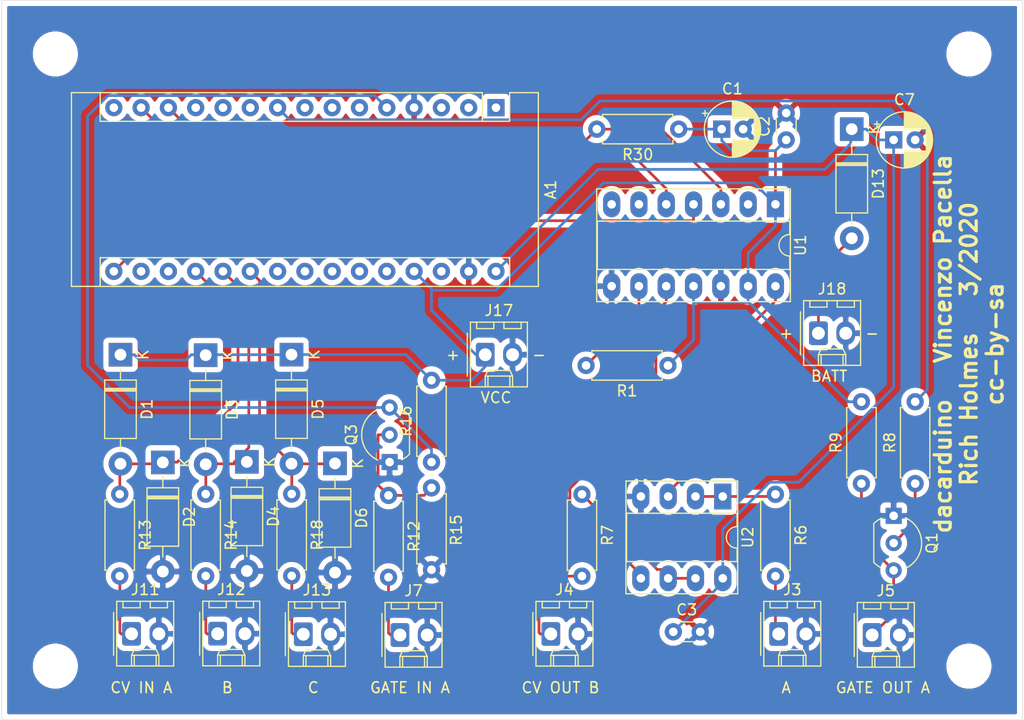
<source format=kicad_pcb>
(kicad_pcb (version 20171130) (host pcbnew 5.1.5-52549c5~84~ubuntu18.04.1)
  (layers (0 F.Cu signal) (31 B.Cu signal) (34 B.Paste user) (35 F.Paste user) (36 B.SilkS user) (37 F.SilkS user) (38 B.Mask user) (39 F.Mask user) (44 Edge.Cuts user))
  (net 0 "")
  (net 1 GND)
  (net 2 VCC)
  (net 3 +12V)
  (net 4 "Net-(Q1-Pad2)")
  (net 5 "Net-(Q3-Pad2)")
  (net 6 "Net-(U1-Pad7)")
  (net 7 "Net-(U1-Pad6)")
  (net 8 "Net-(U1-Pad2)")
  (net 9 "Net-(A1-Pad15)")
  (net 10 "Net-(A1-Pad28)")
  (net 11 "Net-(A1-Pad12)")
  (net 12 "Net-(A1-Pad11)")
  (net 13 "Net-(A1-Pad26)")
  (net 14 "Net-(A1-Pad25)")
  (net 15 "Net-(A1-Pad3)")
  (net 16 "Net-(A1-Pad18)")
  (net 17 "Net-(A1-Pad2)")
  (net 18 "Net-(A1-Pad17)")
  (net 19 "Net-(A1-Pad1)")
  (net 20 /Arduino/SCK)
  (net 21 /Arduino/MOSI)
  (net 22 /Arduino/DAC_CS)
  (net 23 /Arduino/D_OUT_B)
  (net 24 /Arduino/D_OUT_A)
  (net 25 /Arduino/A_IN_F)
  (net 26 /Arduino/D_IN_D)
  (net 27 /Arduino/A_IN_E)
  (net 28 /Arduino/D_IN_C)
  (net 29 /Arduino/A_IN_D)
  (net 30 /Arduino/D_IN_B)
  (net 31 /Arduino/A_IN_C)
  (net 32 /Arduino/A_IN_B)
  (net 33 /Arduino/A_IN_A)
  (net 34 "Net-(D13-Pad2)")
  (net 35 "Net-(R1-Pad2)")
  (net 36 "/CV out/DAC_A")
  (net 37 "/CV out/DAC_B")
  (net 38 "/Inputs/Gate in A/GATE_IN")
  (net 39 /Arduino/D_IN_A)
  (net 40 "/CV out/CV_OUT_A")
  (net 41 "/CV out/CV_OUT_B")
  (net 42 "/Gate out/GATE_OUT")
  (net 43 "Net-(R6-Pad1)")
  (net 44 "Net-(R7-Pad1)")
  (net 45 "/Inputs/CV in A/CV_IN")
  (net 46 "/Inputs/CV in B/CV_IN")
  (net 47 "/Inputs/CV in C/CV_IN")
  (module Connector_Molex:Molex_KK-254_AE-6410-02A_1x02_P2.54mm_Vertical (layer F.Cu) (at 201 119)
    (fp_text reference J18 (at 1.27 -4.12) (layer F.SilkS))
    (fp_text value Vin)
    (pad 2 thru_hole oval (at 2.54 0) (size 1.74 2.2) (drill 1.2) (layers *.Cu *.Mask) (net 1 GND))
    (pad 1 thru_hole roundrect (at 0 0) (size 1.74 2.2) (drill 1.2) (layers *.Cu *.Mask) (roundrect_rratio 0.143678) (net 34 "Net-(D13-Pad2)"))
  )
  (module MountingHole:MountingHole_3.2mm_M3 (layer F.Cu) (at 215 150)
    (fp_text reference H4 hide)
    (fp_text value MountingHole)
    (pad 1 np_thru_hole circle (at 0 0) (size 3.2 3.2) (drill 3.2) (layers *.Cu *.Mask))
  )
  (module MountingHole:MountingHole_3.2mm_M3 (layer F.Cu) (at 215 93)
    (fp_text reference H3 hide)
    (fp_text value MountingHole)
    (pad 1 np_thru_hole circle (at 0 0) (size 3.2 3.2) (drill 3.2) (layers *.Cu *.Mask))
  )
  (module MountingHole:MountingHole_3.2mm_M3 (layer F.Cu) (at 130 150)
    (fp_text reference H2 hide)
    (fp_text value MountingHole)
    (pad 1 np_thru_hole circle (at 0 0) (size 3.2 3.2) (drill 3.2) (layers *.Cu *.Mask))
  )
  (module MountingHole:MountingHole_3.2mm_M3 (layer F.Cu) (at 130 93)
    (fp_text reference H1 hide)
    (fp_text value MountingHole)
    (pad 1 np_thru_hole circle (at 0 0) (size 3.2 3.2) (drill 3.2) (layers *.Cu *.Mask))
  )
  (module Resistor_THT:R_Axial_DIN0207_L6.3mm_D2.5mm_P7.62mm_Horizontal (layer F.Cu) (at 151.99 133.97 270)
    (fp_text reference R18 (at 3.81 -2.37 90) (layer F.SilkS))
    (fp_text value 1k)
    (pad 2 thru_hole oval (at 7.62 0 270) (size 1.6 1.6) (drill 0.8) (layers *.Cu *.Mask) (net 47 "/Inputs/CV in C/CV_IN"))
    (pad 1 thru_hole circle (at 0 0 270) (size 1.6 1.6) (drill 0.8) (layers *.Cu *.Mask) (net 31 /Arduino/A_IN_C))
  )
  (module Resistor_THT:R_Axial_DIN0207_L6.3mm_D2.5mm_P7.62mm_Horizontal (layer F.Cu) (at 143.99 133.98 270)
    (fp_text reference R14 (at 3.81 -2.37 90) (layer F.SilkS))
    (fp_text value 1k)
    (pad 2 thru_hole oval (at 7.62 0 270) (size 1.6 1.6) (drill 0.8) (layers *.Cu *.Mask) (net 46 "/Inputs/CV in B/CV_IN"))
    (pad 1 thru_hole circle (at 0 0 270) (size 1.6 1.6) (drill 0.8) (layers *.Cu *.Mask) (net 32 /Arduino/A_IN_B))
  )
  (module Resistor_THT:R_Axial_DIN0207_L6.3mm_D2.5mm_P7.62mm_Horizontal (layer F.Cu) (at 135.99 133.99 270)
    (fp_text reference R13 (at 3.81 -2.37 90) (layer F.SilkS))
    (fp_text value 1k)
    (pad 2 thru_hole oval (at 7.62 0 270) (size 1.6 1.6) (drill 0.8) (layers *.Cu *.Mask) (net 45 "/Inputs/CV in A/CV_IN"))
    (pad 1 thru_hole circle (at 0 0 270) (size 1.6 1.6) (drill 0.8) (layers *.Cu *.Mask) (net 33 /Arduino/A_IN_A))
  )
  (module Connector_Molex:Molex_KK-254_AE-6410-02A_1x02_P2.54mm_Vertical (layer F.Cu) (at 153.07 147.03)
    (fp_text reference J13 (at 1.27 -4.12) (layer F.SilkS))
    (fp_text value "CV IN")
    (pad 2 thru_hole oval (at 2.54 0) (size 1.74 2.2) (drill 1.2) (layers *.Cu *.Mask) (net 1 GND))
    (pad 1 thru_hole roundrect (at 0 0) (size 1.74 2.2) (drill 1.2) (layers *.Cu *.Mask) (roundrect_rratio 0.143678) (net 47 "/Inputs/CV in C/CV_IN"))
  )
  (module Connector_Molex:Molex_KK-254_AE-6410-02A_1x02_P2.54mm_Vertical (layer F.Cu) (at 145.1 146.98)
    (fp_text reference J12 (at 1.27 -4.12) (layer F.SilkS))
    (fp_text value "CV IN")
    (pad 2 thru_hole oval (at 2.54 0) (size 1.74 2.2) (drill 1.2) (layers *.Cu *.Mask) (net 1 GND))
    (pad 1 thru_hole roundrect (at 0 0) (size 1.74 2.2) (drill 1.2) (layers *.Cu *.Mask) (roundrect_rratio 0.143678) (net 46 "/Inputs/CV in B/CV_IN"))
  )
  (module Connector_Molex:Molex_KK-254_AE-6410-02A_1x02_P2.54mm_Vertical (layer F.Cu) (at 137.09 146.99)
    (fp_text reference J11 (at 1.27 -4.12) (layer F.SilkS))
    (fp_text value "CV IN")
    (pad 2 thru_hole oval (at 2.54 0) (size 1.74 2.2) (drill 1.2) (layers *.Cu *.Mask) (net 1 GND))
    (pad 1 thru_hole roundrect (at 0 0) (size 1.74 2.2) (drill 1.2) (layers *.Cu *.Mask) (roundrect_rratio 0.143678) (net 45 "/Inputs/CV in A/CV_IN"))
  )
  (module Diode_THT:D_DO-41_SOD81_P10.16mm_Horizontal (layer F.Cu) (at 156.02 131.12 270)
    (fp_text reference D6 (at 5.08 -2.47 90) (layer F.SilkS))
    (fp_text value 1N5817)
    (fp_text user K (at 0 -2.1 90) (layer F.SilkS))
    (pad 2 thru_hole oval (at 10.16 0 270) (size 2.2 2.2) (drill 1.1) (layers *.Cu *.Mask) (net 1 GND))
    (pad 1 thru_hole rect (at 0 0 270) (size 2.2 2.2) (drill 1.1) (layers *.Cu *.Mask) (net 31 /Arduino/A_IN_C))
  )
  (module Diode_THT:D_DO-41_SOD81_P10.16mm_Horizontal (layer F.Cu) (at 151.97 120.99 270)
    (fp_text reference D5 (at 5.08 -2.47 90) (layer F.SilkS))
    (fp_text value 1N5817)
    (fp_text user K (at 0 -2.1 90) (layer F.SilkS))
    (pad 2 thru_hole oval (at 10.16 0 270) (size 2.2 2.2) (drill 1.1) (layers *.Cu *.Mask) (net 31 /Arduino/A_IN_C))
    (pad 1 thru_hole rect (at 0 0 270) (size 2.2 2.2) (drill 1.1) (layers *.Cu *.Mask) (net 2 VCC))
  )
  (module Diode_THT:D_DO-41_SOD81_P10.16mm_Horizontal (layer F.Cu) (at 147.82 130.98 270)
    (fp_text reference D4 (at 5.08 -2.47 90) (layer F.SilkS))
    (fp_text value 1N5817)
    (fp_text user K (at 0 -2.1 90) (layer F.SilkS))
    (pad 2 thru_hole oval (at 10.16 0 270) (size 2.2 2.2) (drill 1.1) (layers *.Cu *.Mask) (net 1 GND))
    (pad 1 thru_hole rect (at 0 0 270) (size 2.2 2.2) (drill 1.1) (layers *.Cu *.Mask) (net 32 /Arduino/A_IN_B))
  )
  (module Diode_THT:D_DO-41_SOD81_P10.16mm_Horizontal (layer F.Cu) (at 143.99 121.04 270)
    (fp_text reference D3 (at 5.08 -2.47 90) (layer F.SilkS))
    (fp_text value 1N5817)
    (fp_text user K (at 0 -2.1 90) (layer F.SilkS))
    (pad 2 thru_hole oval (at 10.16 0 270) (size 2.2 2.2) (drill 1.1) (layers *.Cu *.Mask) (net 32 /Arduino/A_IN_B))
    (pad 1 thru_hole rect (at 0 0 270) (size 2.2 2.2) (drill 1.1) (layers *.Cu *.Mask) (net 2 VCC))
  )
  (module Diode_THT:D_DO-41_SOD81_P10.16mm_Horizontal (layer F.Cu) (at 140 131.03 270)
    (fp_text reference D2 (at 5.08 -2.47 90) (layer F.SilkS))
    (fp_text value 1N5817)
    (fp_text user K (at 0 -2.1 90) (layer F.SilkS))
    (pad 2 thru_hole oval (at 10.16 0 270) (size 2.2 2.2) (drill 1.1) (layers *.Cu *.Mask) (net 1 GND))
    (pad 1 thru_hole rect (at 0 0 270) (size 2.2 2.2) (drill 1.1) (layers *.Cu *.Mask) (net 33 /Arduino/A_IN_A))
  )
  (module Diode_THT:D_DO-41_SOD81_P10.16mm_Horizontal (layer F.Cu) (at 136.06 121 270)
    (fp_text reference D1 (at 5.08 -2.47 90) (layer F.SilkS))
    (fp_text value 1N5817)
    (fp_text user K (at 0 -2.1 90) (layer F.SilkS))
    (pad 2 thru_hole oval (at 10.16 0 270) (size 2.2 2.2) (drill 1.1) (layers *.Cu *.Mask) (net 33 /Arduino/A_IN_A))
    (pad 1 thru_hole rect (at 0 0 270) (size 2.2 2.2) (drill 1.1) (layers *.Cu *.Mask) (net 2 VCC))
  )
  (module Resistor_THT:R_Axial_DIN0207_L6.3mm_D2.5mm_P7.62mm_Horizontal (layer F.Cu) (at 165 131 90)
    (fp_text reference R16 (at 3.81 -2.37 90) (layer F.SilkS))
    (fp_text value 10k)
    (pad 2 thru_hole oval (at 7.62 0 90) (size 1.6 1.6) (drill 0.8) (layers *.Cu *.Mask) (net 2 VCC))
    (pad 1 thru_hole circle (at 0 0 90) (size 1.6 1.6) (drill 0.8) (layers *.Cu *.Mask) (net 39 /Arduino/D_IN_A))
  )
  (module Resistor_THT:R_Axial_DIN0207_L6.3mm_D2.5mm_P7.62mm_Horizontal (layer F.Cu) (at 165 141.02 90)
    (fp_text reference R15 (at 3.69 2.31 90) (layer F.SilkS))
    (fp_text value 1M)
    (pad 2 thru_hole oval (at 7.62 0 90) (size 1.6 1.6) (drill 0.8) (layers *.Cu *.Mask) (net 5 "Net-(Q3-Pad2)"))
    (pad 1 thru_hole circle (at 0 0 90) (size 1.6 1.6) (drill 0.8) (layers *.Cu *.Mask) (net 1 GND))
  )
  (module Resistor_THT:R_Axial_DIN0207_L6.3mm_D2.5mm_P7.62mm_Horizontal (layer F.Cu) (at 161 134.1 270)
    (fp_text reference R12 (at 3.81 -2.37 90) (layer F.SilkS))
    (fp_text value 100k)
    (pad 2 thru_hole oval (at 7.62 0 270) (size 1.6 1.6) (drill 0.8) (layers *.Cu *.Mask) (net 38 "/Inputs/Gate in A/GATE_IN"))
    (pad 1 thru_hole circle (at 0 0 270) (size 1.6 1.6) (drill 0.8) (layers *.Cu *.Mask) (net 5 "Net-(Q3-Pad2)"))
  )
  (module Package_TO_SOT_THT:TO-92_Inline_Wide (layer F.Cu) (at 161.1 131 90)
    (fp_text reference Q3 (at 2.54 -3.56 90) (layer F.SilkS))
    (fp_text value 2N3904)
    (pad 1 thru_hole rect (at 0 0 180) (size 1.5 1.5) (drill 0.8) (layers *.Cu *.Mask) (net 1 GND))
    (pad 3 thru_hole circle (at 5.08 0 180) (size 1.5 1.5) (drill 0.8) (layers *.Cu *.Mask) (net 39 /Arduino/D_IN_A))
    (pad 2 thru_hole circle (at 2.54 0 180) (size 1.5 1.5) (drill 0.8) (layers *.Cu *.Mask) (net 5 "Net-(Q3-Pad2)"))
  )
  (module Connector_Molex:Molex_KK-254_AE-6410-02A_1x02_P2.54mm_Vertical (layer F.Cu) (at 162.06 147.1)
    (fp_text reference J7 (at 1.27 -4.12) (layer F.SilkS))
    (fp_text value "GATE IN")
    (pad 2 thru_hole oval (at 2.54 0) (size 1.74 2.2) (drill 1.2) (layers *.Cu *.Mask) (net 1 GND))
    (pad 1 thru_hole roundrect (at 0 0) (size 1.74 2.2) (drill 1.2) (layers *.Cu *.Mask) (roundrect_rratio 0.143678) (net 38 "/Inputs/Gate in A/GATE_IN"))
  )
  (module Module:Arduino_Nano (layer F.Cu) (at 171 98 270)
    (fp_text reference A1 (at 7.62 -5.08 90) (layer F.SilkS))
    (fp_text value "Arduino_Nano_v3.x 5V")
    (pad 16 thru_hole oval (at 15.24 35.56 270) (size 1.6 1.6) (drill 0.8) (layers *.Cu *.Mask) (net 20 /Arduino/SCK))
    (pad 15 thru_hole oval (at 0 35.56 270) (size 1.6 1.6) (drill 0.8) (layers *.Cu *.Mask) (net 9 "Net-(A1-Pad15)"))
    (pad 30 thru_hole oval (at 15.24 0 270) (size 1.6 1.6) (drill 0.8) (layers *.Cu *.Mask) (net 3 +12V))
    (pad 14 thru_hole oval (at 0 33.02 270) (size 1.6 1.6) (drill 0.8) (layers *.Cu *.Mask) (net 21 /Arduino/MOSI))
    (pad 29 thru_hole oval (at 15.24 2.54 270) (size 1.6 1.6) (drill 0.8) (layers *.Cu *.Mask) (net 1 GND))
    (pad 13 thru_hole oval (at 0 30.48 270) (size 1.6 1.6) (drill 0.8) (layers *.Cu *.Mask) (net 22 /Arduino/DAC_CS))
    (pad 28 thru_hole oval (at 15.24 5.08 270) (size 1.6 1.6) (drill 0.8) (layers *.Cu *.Mask) (net 10 "Net-(A1-Pad28)"))
    (pad 12 thru_hole oval (at 0 27.94 270) (size 1.6 1.6) (drill 0.8) (layers *.Cu *.Mask) (net 11 "Net-(A1-Pad12)"))
    (pad 27 thru_hole oval (at 15.24 7.62 270) (size 1.6 1.6) (drill 0.8) (layers *.Cu *.Mask) (net 2 VCC))
    (pad 11 thru_hole oval (at 0 25.4 270) (size 1.6 1.6) (drill 0.8) (layers *.Cu *.Mask) (net 12 "Net-(A1-Pad11)"))
    (pad 26 thru_hole oval (at 15.24 10.16 270) (size 1.6 1.6) (drill 0.8) (layers *.Cu *.Mask) (net 13 "Net-(A1-Pad26)"))
    (pad 10 thru_hole oval (at 0 22.86 270) (size 1.6 1.6) (drill 0.8) (layers *.Cu *.Mask) (net 23 /Arduino/D_OUT_B))
    (pad 25 thru_hole oval (at 15.24 12.7 270) (size 1.6 1.6) (drill 0.8) (layers *.Cu *.Mask) (net 14 "Net-(A1-Pad25)"))
    (pad 9 thru_hole oval (at 0 20.32 270) (size 1.6 1.6) (drill 0.8) (layers *.Cu *.Mask) (net 24 /Arduino/D_OUT_A))
    (pad 24 thru_hole oval (at 15.24 15.24 270) (size 1.6 1.6) (drill 0.8) (layers *.Cu *.Mask) (net 25 /Arduino/A_IN_F))
    (pad 8 thru_hole oval (at 0 17.78 270) (size 1.6 1.6) (drill 0.8) (layers *.Cu *.Mask) (net 26 /Arduino/D_IN_D))
    (pad 23 thru_hole oval (at 15.24 17.78 270) (size 1.6 1.6) (drill 0.8) (layers *.Cu *.Mask) (net 27 /Arduino/A_IN_E))
    (pad 7 thru_hole oval (at 0 15.24 270) (size 1.6 1.6) (drill 0.8) (layers *.Cu *.Mask) (net 28 /Arduino/D_IN_C))
    (pad 22 thru_hole oval (at 15.24 20.32 270) (size 1.6 1.6) (drill 0.8) (layers *.Cu *.Mask) (net 29 /Arduino/A_IN_D))
    (pad 6 thru_hole oval (at 0 12.7 270) (size 1.6 1.6) (drill 0.8) (layers *.Cu *.Mask) (net 30 /Arduino/D_IN_B))
    (pad 21 thru_hole oval (at 15.24 22.86 270) (size 1.6 1.6) (drill 0.8) (layers *.Cu *.Mask) (net 31 /Arduino/A_IN_C))
    (pad 5 thru_hole oval (at 0 10.16 270) (size 1.6 1.6) (drill 0.8) (layers *.Cu *.Mask) (net 39 /Arduino/D_IN_A))
    (pad 20 thru_hole oval (at 15.24 25.4 270) (size 1.6 1.6) (drill 0.8) (layers *.Cu *.Mask) (net 32 /Arduino/A_IN_B))
    (pad 4 thru_hole oval (at 0 7.62 270) (size 1.6 1.6) (drill 0.8) (layers *.Cu *.Mask) (net 1 GND))
    (pad 19 thru_hole oval (at 15.24 27.94 270) (size 1.6 1.6) (drill 0.8) (layers *.Cu *.Mask) (net 33 /Arduino/A_IN_A))
    (pad 3 thru_hole oval (at 0 5.08 270) (size 1.6 1.6) (drill 0.8) (layers *.Cu *.Mask) (net 15 "Net-(A1-Pad3)"))
    (pad 18 thru_hole oval (at 15.24 30.48 270) (size 1.6 1.6) (drill 0.8) (layers *.Cu *.Mask) (net 16 "Net-(A1-Pad18)"))
    (pad 2 thru_hole oval (at 0 2.54 270) (size 1.6 1.6) (drill 0.8) (layers *.Cu *.Mask) (net 17 "Net-(A1-Pad2)"))
    (pad 17 thru_hole oval (at 15.24 33.02 270) (size 1.6 1.6) (drill 0.8) (layers *.Cu *.Mask) (net 18 "Net-(A1-Pad17)"))
    (pad 1 thru_hole rect (at 0 0 270) (size 1.6 1.6) (drill 0.8) (layers *.Cu *.Mask) (net 19 "Net-(A1-Pad1)"))
  )
  (module Package_DIP:DIP-8_W7.62mm_Socket_LongPads (layer F.Cu) (at 192.1 134.2 270)
    (fp_text reference U2 (at 3.81 -2.33 90) (layer F.SilkS))
    (fp_text value TL972)
    (pad 8 thru_hole oval (at 7.62 0 270) (size 2.4 1.6) (drill 0.8) (layers *.Cu *.Mask) (net 3 +12V))
    (pad 4 thru_hole oval (at 0 7.62 270) (size 2.4 1.6) (drill 0.8) (layers *.Cu *.Mask) (net 1 GND))
    (pad 7 thru_hole oval (at 7.62 2.54 270) (size 2.4 1.6) (drill 0.8) (layers *.Cu *.Mask) (net 44 "Net-(R7-Pad1)"))
    (pad 3 thru_hole oval (at 0 5.08 270) (size 2.4 1.6) (drill 0.8) (layers *.Cu *.Mask) (net 36 "/CV out/DAC_A"))
    (pad 6 thru_hole oval (at 7.62 5.08 270) (size 2.4 1.6) (drill 0.8) (layers *.Cu *.Mask) (net 44 "Net-(R7-Pad1)"))
    (pad 2 thru_hole oval (at 0 2.54 270) (size 2.4 1.6) (drill 0.8) (layers *.Cu *.Mask) (net 43 "Net-(R6-Pad1)"))
    (pad 5 thru_hole oval (at 7.62 7.62 270) (size 2.4 1.6) (drill 0.8) (layers *.Cu *.Mask) (net 37 "/CV out/DAC_B"))
    (pad 1 thru_hole rect (at 0 0 270) (size 2.4 1.6) (drill 0.8) (layers *.Cu *.Mask) (net 43 "Net-(R6-Pad1)"))
  )
  (module Package_DIP:DIP-14_W7.62mm_Socket_LongPads (layer F.Cu) (at 197 107 270)
    (fp_text reference U1 (at 3.81 -2.33 90) (layer F.SilkS))
    (fp_text value MCP4922)
    (pad 14 thru_hole oval (at 7.62 0 270) (size 2.4 1.6) (drill 0.8) (layers *.Cu *.Mask) (net 36 "/CV out/DAC_A"))
    (pad 7 thru_hole oval (at 0 15.24 270) (size 2.4 1.6) (drill 0.8) (layers *.Cu *.Mask) (net 6 "Net-(U1-Pad7)"))
    (pad 13 thru_hole oval (at 7.62 2.54 270) (size 2.4 1.6) (drill 0.8) (layers *.Cu *.Mask) (net 2 VCC))
    (pad 6 thru_hole oval (at 0 12.7 270) (size 2.4 1.6) (drill 0.8) (layers *.Cu *.Mask) (net 7 "Net-(U1-Pad6)"))
    (pad 12 thru_hole oval (at 7.62 5.08 270) (size 2.4 1.6) (drill 0.8) (layers *.Cu *.Mask) (net 1 GND))
    (pad 5 thru_hole oval (at 0 10.16 270) (size 2.4 1.6) (drill 0.8) (layers *.Cu *.Mask) (net 21 /Arduino/MOSI))
    (pad 11 thru_hole oval (at 7.62 7.62 270) (size 2.4 1.6) (drill 0.8) (layers *.Cu *.Mask) (net 2 VCC))
    (pad 4 thru_hole oval (at 0 7.62 270) (size 2.4 1.6) (drill 0.8) (layers *.Cu *.Mask) (net 20 /Arduino/SCK))
    (pad 10 thru_hole oval (at 7.62 10.16 270) (size 2.4 1.6) (drill 0.8) (layers *.Cu *.Mask) (net 37 "/CV out/DAC_B"))
    (pad 3 thru_hole oval (at 0 5.08 270) (size 2.4 1.6) (drill 0.8) (layers *.Cu *.Mask) (net 22 /Arduino/DAC_CS))
    (pad 9 thru_hole oval (at 7.62 12.7 270) (size 2.4 1.6) (drill 0.8) (layers *.Cu *.Mask) (net 35 "Net-(R1-Pad2)"))
    (pad 2 thru_hole oval (at 0 2.54 270) (size 2.4 1.6) (drill 0.8) (layers *.Cu *.Mask) (net 8 "Net-(U1-Pad2)"))
    (pad 8 thru_hole oval (at 7.62 15.24 270) (size 2.4 1.6) (drill 0.8) (layers *.Cu *.Mask) (net 1 GND))
    (pad 1 thru_hole rect (at 0 0 270) (size 2.4 1.6) (drill 0.8) (layers *.Cu *.Mask) (net 2 VCC))
  )
  (module Resistor_THT:R_Axial_DIN0207_L6.3mm_D2.5mm_P7.62mm_Horizontal (layer F.Cu) (at 188 100 180)
    (fp_text reference R30 (at 3.81 -2.37) (layer F.SilkS))
    (fp_text value 10K)
    (pad 2 thru_hole oval (at 7.62 0 180) (size 1.6 1.6) (drill 0.8) (layers *.Cu *.Mask) (net 22 /Arduino/DAC_CS))
    (pad 1 thru_hole circle (at 0 0 180) (size 1.6 1.6) (drill 0.8) (layers *.Cu *.Mask) (net 2 VCC))
  )
  (module Resistor_THT:R_Axial_DIN0207_L6.3mm_D2.5mm_P7.62mm_Horizontal (layer F.Cu) (at 205 133 90)
    (fp_text reference R9 (at 3.81 -2.37 90) (layer F.SilkS))
    (fp_text value 1k)
    (pad 2 thru_hole oval (at 7.62 0 90) (size 1.6 1.6) (drill 0.8) (layers *.Cu *.Mask) (net 2 VCC))
    (pad 1 thru_hole circle (at 0 0 90) (size 1.6 1.6) (drill 0.8) (layers *.Cu *.Mask) (net 42 "/Gate out/GATE_OUT"))
  )
  (module Resistor_THT:R_Axial_DIN0207_L6.3mm_D2.5mm_P7.62mm_Horizontal (layer F.Cu) (at 210 133 90)
    (fp_text reference R8 (at 3.81 -2.37 90) (layer F.SilkS))
    (fp_text value 1k)
    (pad 2 thru_hole oval (at 7.62 0 90) (size 1.6 1.6) (drill 0.8) (layers *.Cu *.Mask) (net 24 /Arduino/D_OUT_A))
    (pad 1 thru_hole circle (at 0 0 90) (size 1.6 1.6) (drill 0.8) (layers *.Cu *.Mask) (net 4 "Net-(Q1-Pad2)"))
  )
  (module Resistor_THT:R_Axial_DIN0207_L6.3mm_D2.5mm_P7.62mm_Horizontal (layer F.Cu) (at 179 134 270)
    (fp_text reference R7 (at 3.81 -2.37 90) (layer F.SilkS))
    (fp_text value 1K)
    (pad 1 thru_hole circle (at 0 0 270) (size 1.6 1.6) (drill 0.8) (layers *.Cu *.Mask) (net 44 "Net-(R7-Pad1)"))
    (pad 2 thru_hole oval (at 7.62 0 270) (size 1.6 1.6) (drill 0.8) (layers *.Cu *.Mask) (net 41 "/CV out/CV_OUT_B"))
  )
  (module Resistor_THT:R_Axial_DIN0207_L6.3mm_D2.5mm_P7.62mm_Horizontal (layer F.Cu) (at 197 134 270)
    (fp_text reference R6 (at 3.81 -2.37 90) (layer F.SilkS))
    (fp_text value 1K)
    (pad 2 thru_hole oval (at 7.62 0 270) (size 1.6 1.6) (drill 0.8) (layers *.Cu *.Mask) (net 40 "/CV out/CV_OUT_A"))
    (pad 1 thru_hole circle (at 0 0 270) (size 1.6 1.6) (drill 0.8) (layers *.Cu *.Mask) (net 43 "Net-(R6-Pad1)"))
  )
  (module Resistor_THT:R_Axial_DIN0207_L6.3mm_D2.5mm_P7.62mm_Horizontal (layer F.Cu) (at 187 122 180)
    (fp_text reference R1 (at 3.81 -2.37) (layer F.SilkS))
    (fp_text value 10K)
    (pad 2 thru_hole oval (at 7.62 0 180) (size 1.6 1.6) (drill 0.8) (layers *.Cu *.Mask) (net 35 "Net-(R1-Pad2)"))
    (pad 1 thru_hole circle (at 0 0 180) (size 1.6 1.6) (drill 0.8) (layers *.Cu *.Mask) (net 2 VCC))
  )
  (module Package_TO_SOT_THT:TO-92_Inline_Wide (layer F.Cu) (at 208 136 270)
    (fp_text reference Q1 (at 2.54 -3.56 90) (layer F.SilkS))
    (fp_text value 2N3904)
    (pad 1 thru_hole rect (at 0 0) (size 1.5 1.5) (drill 0.8) (layers *.Cu *.Mask) (net 1 GND))
    (pad 3 thru_hole circle (at 5.08 0) (size 1.5 1.5) (drill 0.8) (layers *.Cu *.Mask) (net 42 "/Gate out/GATE_OUT"))
    (pad 2 thru_hole circle (at 2.54 0) (size 1.5 1.5) (drill 0.8) (layers *.Cu *.Mask) (net 4 "Net-(Q1-Pad2)"))
  )
  (module Connector_Molex:Molex_KK-254_AE-6410-02A_1x02_P2.54mm_Vertical (layer F.Cu) (at 170 121)
    (fp_text reference J17 (at 1.27 -4.12) (layer F.SilkS))
    (fp_text value VCC)
    (pad 2 thru_hole oval (at 2.54 0) (size 1.74 2.2) (drill 1.2) (layers *.Cu *.Mask) (net 1 GND))
    (pad 1 thru_hole roundrect (at 0 0) (size 1.74 2.2) (drill 1.2) (layers *.Cu *.Mask) (roundrect_rratio 0.143678) (net 2 VCC))
  )
  (module Connector_Molex:Molex_KK-254_AE-6410-02A_1x02_P2.54mm_Vertical (layer F.Cu) (at 206 147.1)
    (fp_text reference J5 (at 1.27 -4.12) (layer F.SilkS))
    (fp_text value "GATE OUT A")
    (pad 2 thru_hole oval (at 2.54 0) (size 1.74 2.2) (drill 1.2) (layers *.Cu *.Mask) (net 1 GND))
    (pad 1 thru_hole roundrect (at 0 0) (size 1.74 2.2) (drill 1.2) (layers *.Cu *.Mask) (roundrect_rratio 0.143678) (net 42 "/Gate out/GATE_OUT"))
  )
  (module Connector_Molex:Molex_KK-254_AE-6410-02A_1x02_P2.54mm_Vertical (layer F.Cu) (at 176.1 147)
    (fp_text reference J4 (at 1.27 -4.12) (layer F.SilkS))
    (fp_text value "CV OUT B")
    (pad 2 thru_hole oval (at 2.54 0) (size 1.74 2.2) (drill 1.2) (layers *.Cu *.Mask) (net 1 GND))
    (pad 1 thru_hole roundrect (at 0 0) (size 1.74 2.2) (drill 1.2) (layers *.Cu *.Mask) (roundrect_rratio 0.143678) (net 41 "/CV out/CV_OUT_B"))
  )
  (module Connector_Molex:Molex_KK-254_AE-6410-02A_1x02_P2.54mm_Vertical (layer F.Cu) (at 197.3 147)
    (fp_text reference J3 (at 1.27 -4.12) (layer F.SilkS))
    (fp_text value "CV OUT A")
    (pad 2 thru_hole oval (at 2.54 0) (size 1.74 2.2) (drill 1.2) (layers *.Cu *.Mask) (net 1 GND))
    (pad 1 thru_hole roundrect (at 0 0) (size 1.74 2.2) (drill 1.2) (layers *.Cu *.Mask) (roundrect_rratio 0.143678) (net 40 "/CV out/CV_OUT_A"))
  )
  (module Diode_THT:D_DO-41_SOD81_P10.16mm_Horizontal (layer F.Cu) (at 204.1 100 270)
    (fp_text reference D13 (at 5.08 -2.47 90) (layer F.SilkS))
    (fp_text value 1N5817)
    (fp_text user K (at 0 -2.1 90) (layer F.SilkS))
    (pad 2 thru_hole oval (at 10.16 0 270) (size 2.2 2.2) (drill 1.1) (layers *.Cu *.Mask) (net 34 "Net-(D13-Pad2)"))
    (pad 1 thru_hole rect (at 0 0 270) (size 2.2 2.2) (drill 1.1) (layers *.Cu *.Mask) (net 3 +12V))
  )
  (module Capacitor_THT:CP_Radial_D5.0mm_P2.00mm (layer F.Cu) (at 208 101)
    (fp_text reference C7 (at 1 -3.75) (layer F.SilkS))
    (fp_text value 10uF)
    (pad 2 thru_hole circle (at 2 0) (size 1.6 1.6) (drill 0.8) (layers *.Cu *.Mask) (net 1 GND))
    (pad 1 thru_hole rect (at 0 0) (size 1.6 1.6) (drill 0.8) (layers *.Cu *.Mask) (net 3 +12V))
  )
  (module Capacitor_THT:C_Disc_D3.0mm_W1.6mm_P2.50mm (layer F.Cu) (at 187.5 146.8)
    (fp_text reference C3 (at 1.25 -2.05) (layer F.SilkS))
    (fp_text value 0.1uF)
    (pad 2 thru_hole circle (at 2.5 0) (size 1.6 1.6) (drill 0.8) (layers *.Cu *.Mask) (net 1 GND))
    (pad 1 thru_hole circle (at 0 0) (size 1.6 1.6) (drill 0.8) (layers *.Cu *.Mask) (net 3 +12V))
  )
  (module Capacitor_THT:C_Disc_D3.0mm_W1.6mm_P2.50mm (layer F.Cu) (at 198 101 90)
    (fp_text reference C2 (at 1.25 -2.05 90) (layer F.SilkS))
    (fp_text value 0.1uF)
    (pad 2 thru_hole circle (at 2.5 0 90) (size 1.6 1.6) (drill 0.8) (layers *.Cu *.Mask) (net 1 GND))
    (pad 1 thru_hole circle (at 0 0 90) (size 1.6 1.6) (drill 0.8) (layers *.Cu *.Mask) (net 2 VCC))
  )
  (module Capacitor_THT:CP_Radial_D5.0mm_P2.00mm (layer F.Cu) (at 192 100)
    (fp_text reference C1 (at 1 -3.75) (layer F.SilkS))
    (fp_text value 10uF)
    (pad 2 thru_hole circle (at 2 0) (size 1.6 1.6) (drill 0.8) (layers *.Cu *.Mask) (net 1 GND))
    (pad 1 thru_hole rect (at 0 0) (size 1.6 1.6) (drill 0.8) (layers *.Cu *.Mask) (net 2 VCC))
  )
  (gr_text VCC (at 171 125) (layer F.SilkS) (effects (font (size 1 1))))
  (gr_text - (at 175 121) (layer F.SilkS) (effects (font (size 1 1))))
  (gr_text + (at 167 121) (layer F.SilkS) (effects (font (size 1 1))))
  (gr_text + (at 198 119) (layer F.SilkS) (effects (font (size 1 1))))
  (gr_text - (at 206 119) (layer F.SilkS) (effects (font (size 1 1))))
  (gr_text BATT (at 202 123) (layer F.SilkS) (effects (font (size 1 1))))
  (gr_text A (at 198 152) (layer F.SilkS) (effects (font (size 1 1))))
  (gr_text "GATE OUT A" (at 207 152) (layer F.SilkS) (effects (font (size 1 1))))
  (gr_text "CV OUT B" (at 177 152) (layer F.SilkS) (effects (font (size 1 1))))
  (gr_text "GATE IN A" (at 163 152) (layer F.SilkS) (effects (font (size 1 1))))
  (gr_text C (at 154 152) (layer F.SilkS) (effects (font (size 1 1))))
  (gr_text B (at 146 152) (layer F.SilkS) (effects (font (size 1 1))))
  (gr_text "CV IN A" (at 138 152) (layer F.SilkS) (effects (font (size 1 1))))
  (gr_text "dacarduino   Vincenzo Pacella\nRich Holmes   3/2020\ncc-by-sa" (at 215 120 90) (layer F.SilkS) (effects (font (size 1.5 1.5) (thickness 0.3))))
  (gr_line (start 125 155) (end 125 88) (layer Edge.Cuts) (width 0.05))
  (gr_line (start 220 155) (end 125 155) (layer Edge.Cuts) (width 0.05))
  (gr_line (start 220 88) (end 220 155) (layer Edge.Cuts) (width 0.05))
  (gr_line (start 125 88) (end 220 88) (layer Edge.Cuts) (width 0.05))
  (segment (start 184.5 134.18) (end 184.48 134.2) (width 0.25) (layer B.Cu) (net 1))
  (segment (start 194.38499 116.14501) (end 194.46 116.07) (width 0.25) (layer B.Cu) (net 2))
  (segment (start 189.45501 116.14501) (end 194.38499 116.14501) (width 0.25) (layer B.Cu) (net 2))
  (segment (start 189.38 116.07) (end 189.45501 116.14501) (width 0.25) (layer B.Cu) (net 2))
  (segment (start 189.38 114.62) (end 189.38 116.07) (width 0.25) (layer B.Cu) (net 2))
  (segment (start 137.855001 121.505001) (end 142.144999 121.505001) (width 0.25) (layer B.Cu) (net 2))
  (segment (start 142.144999 121.505001) (end 142.65 121) (width 0.25) (layer B.Cu) (net 2))
  (segment (start 137.35 121) (end 137.855001 121.505001) (width 0.25) (layer B.Cu) (net 2))
  (segment (start 142.65 121) (end 144 121) (width 0.25) (layer B.Cu) (net 2))
  (segment (start 136 121) (end 137.35 121) (width 0.25) (layer B.Cu) (net 2))
  (segment (start 144 121) (end 152 121) (width 0.25) (layer B.Cu) (net 2))
  (segment (start 197 102) (end 198 101) (width 0.25) (layer B.Cu) (net 2))
  (segment (start 192 101.05) (end 192 100) (width 0.25) (layer B.Cu) (net 2))
  (segment (start 192.95 102) (end 192 101.05) (width 0.25) (layer B.Cu) (net 2))
  (segment (start 197 102) (end 192.95 102) (width 0.25) (layer B.Cu) (net 2))
  (segment (start 197 102) (end 198 101) (width 0.25) (layer F.Cu) (net 2))
  (segment (start 197 107) (end 197 102) (width 0.25) (layer F.Cu) (net 2))
  (segment (start 194.46 111.54) (end 197 109) (width 0.25) (layer B.Cu) (net 2))
  (segment (start 194.46 114.62) (end 194.46 111.54) (width 0.25) (layer B.Cu) (net 2))
  (segment (start 197 109) (end 197 107) (width 0.25) (layer B.Cu) (net 2))
  (segment (start 189.38 114.62) (end 189.38 119.62) (width 0.25) (layer B.Cu) (net 2))
  (segment (start 195 105) (end 197 107) (width 0.25) (layer B.Cu) (net 2))
  (segment (start 181 105) (end 195 105) (width 0.25) (layer B.Cu) (net 2))
  (segment (start 171 115) (end 181 105) (width 0.25) (layer B.Cu) (net 2))
  (segment (start 163.38 113.24) (end 165.14 115) (width 0.25) (layer B.Cu) (net 2))
  (segment (start 165.14 115) (end 171 115) (width 0.25) (layer B.Cu) (net 2))
  (segment (start 186.92 122) (end 187 122) (width 0.25) (layer B.Cu) (net 2))
  (segment (start 189.38 119.62) (end 187 122) (width 0.25) (layer B.Cu) (net 2))
  (segment (start 169.13 121) (end 165 116.87) (width 0.25) (layer B.Cu) (net 2))
  (segment (start 170 121) (end 169.13 121) (width 0.25) (layer B.Cu) (net 2))
  (segment (start 165 116.87) (end 165 115) (width 0.25) (layer B.Cu) (net 2))
  (segment (start 162.61 120.99) (end 165 123.38) (width 0.25) (layer B.Cu) (net 2))
  (segment (start 151.97 120.99) (end 162.61 120.99) (width 0.25) (layer B.Cu) (net 2))
  (segment (start 170 122.1) (end 170 121) (width 0.25) (layer B.Cu) (net 2))
  (segment (start 168.72 123.38) (end 170 122.1) (width 0.25) (layer B.Cu) (net 2))
  (segment (start 165 123.38) (end 168.72 123.38) (width 0.25) (layer B.Cu) (net 2))
  (segment (start 188 100) (end 192 100) (width 0.25) (layer B.Cu) (net 2))
  (segment (start 203.86863 125.38) (end 205 125.38) (width 0.25) (layer B.Cu) (net 2))
  (segment (start 203.77 125.38) (end 203.86863 125.38) (width 0.25) (layer B.Cu) (net 2))
  (segment (start 194.46 116.07) (end 203.77 125.38) (width 0.25) (layer B.Cu) (net 2))
  (segment (start 194.46 114.62) (end 194.46 116.07) (width 0.25) (layer B.Cu) (net 2))
  (segment (start 204 101.35) (end 204 100) (width 0.25) (layer B.Cu) (net 3))
  (segment (start 201.604999 103.745001) (end 204 101.35) (width 0.25) (layer B.Cu) (net 3))
  (segment (start 180.494999 103.745001) (end 201.604999 103.745001) (width 0.25) (layer B.Cu) (net 3))
  (segment (start 171 113.24) (end 180.494999 103.745001) (width 0.25) (layer B.Cu) (net 3))
  (segment (start 192.1 142.2) (end 192.1 141.82) (width 0.25) (layer B.Cu) (net 3))
  (segment (start 187.5 146.8) (end 192.1 142.2) (width 0.25) (layer B.Cu) (net 3))
  (segment (start 205.45 100) (end 206.125001 100.675001) (width 0.25) (layer B.Cu) (net 3))
  (segment (start 204.1 100) (end 205.45 100) (width 0.25) (layer B.Cu) (net 3))
  (segment (start 206.45 101) (end 206.125001 100.675001) (width 0.25) (layer B.Cu) (net 3))
  (segment (start 208 101) (end 206.45 101) (width 0.25) (layer B.Cu) (net 3))
  (segment (start 192.1 140.37) (end 192.1 141.82) (width 0.25) (layer B.Cu) (net 3))
  (segment (start 196.459999 132.874999) (end 192.1 137.234998) (width 0.25) (layer B.Cu) (net 3))
  (segment (start 199.170003 132.874999) (end 196.459999 132.874999) (width 0.25) (layer B.Cu) (net 3))
  (segment (start 192.1 137.234998) (end 192.1 140.37) (width 0.25) (layer B.Cu) (net 3))
  (segment (start 208 124.045002) (end 199.170003 132.874999) (width 0.25) (layer B.Cu) (net 3))
  (segment (start 208 101) (end 208 124.045002) (width 0.25) (layer B.Cu) (net 3))
  (segment (start 210 136.54) (end 210 133) (width 0.25) (layer F.Cu) (net 4))
  (segment (start 208 138.54) (end 210 136.54) (width 0.25) (layer F.Cu) (net 4))
  (segment (start 160.024999 133.124999) (end 161 134.1) (width 0.25) (layer F.Cu) (net 5))
  (segment (start 160.03934 128.46) (end 160.024999 128.474341) (width 0.25) (layer F.Cu) (net 5))
  (segment (start 160.024999 128.474341) (end 160.024999 133.124999) (width 0.25) (layer F.Cu) (net 5))
  (segment (start 161.1 128.46) (end 160.03934 128.46) (width 0.25) (layer F.Cu) (net 5))
  (segment (start 164.3 134.1) (end 165 133.4) (width 0.25) (layer F.Cu) (net 5))
  (segment (start 161 134.1) (end 164.3 134.1) (width 0.25) (layer F.Cu) (net 5))
  (segment (start 189.30499 108.52501) (end 189.38 108.45) (width 0.25) (layer F.Cu) (net 20))
  (segment (start 189.38 108.45) (end 189.38 107) (width 0.25) (layer F.Cu) (net 20))
  (segment (start 140.15499 108.52501) (end 189.30499 108.52501) (width 0.25) (layer F.Cu) (net 20))
  (segment (start 135.44 113.24) (end 140.15499 108.52501) (width 0.25) (layer F.Cu) (net 20))
  (segment (start 186.84 107) (end 187 107) (width 0.25) (layer F.Cu) (net 21))
  (segment (start 186.84 105.55) (end 186.84 107) (width 0.25) (layer F.Cu) (net 21))
  (segment (start 183.29 102) (end 186.84 105.55) (width 0.25) (layer F.Cu) (net 21))
  (segment (start 137.98 98) (end 141.98 102) (width 0.25) (layer F.Cu) (net 21))
  (segment (start 141.98 102) (end 183.29 102) (width 0.25) (layer F.Cu) (net 21))
  (segment (start 140.52 98) (end 141 98) (width 0.25) (layer F.Cu) (net 22))
  (segment (start 181.51137 100) (end 180.38 100) (width 0.25) (layer F.Cu) (net 22))
  (segment (start 186.37 100) (end 181.51137 100) (width 0.25) (layer F.Cu) (net 22))
  (segment (start 191.92 105.55) (end 186.37 100) (width 0.25) (layer F.Cu) (net 22))
  (segment (start 191.92 107) (end 191.92 105.55) (width 0.25) (layer F.Cu) (net 22))
  (segment (start 143.52 101) (end 140.52 98) (width 0.25) (layer F.Cu) (net 22))
  (segment (start 180.38 100) (end 179.38 101) (width 0.25) (layer F.Cu) (net 22))
  (segment (start 179.38 101) (end 143.52 101) (width 0.25) (layer F.Cu) (net 22))
  (segment (start 210.799999 124.580001) (end 210 125.38) (width 0.25) (layer B.Cu) (net 24))
  (segment (start 211.125001 124.254999) (end 210.799999 124.580001) (width 0.25) (layer B.Cu) (net 24))
  (segment (start 208.040001 97.374999) (end 211.125001 100.459999) (width 0.25) (layer B.Cu) (net 24))
  (segment (start 180.670003 97.374999) (end 208.040001 97.374999) (width 0.25) (layer B.Cu) (net 24))
  (segment (start 178.920001 99.125001) (end 180.670003 97.374999) (width 0.25) (layer B.Cu) (net 24))
  (segment (start 211.125001 100.459999) (end 211.125001 124.254999) (width 0.25) (layer B.Cu) (net 24))
  (segment (start 151.805001 99.125001) (end 178.920001 99.125001) (width 0.25) (layer B.Cu) (net 24))
  (segment (start 150.68 98) (end 151.805001 99.125001) (width 0.25) (layer B.Cu) (net 24))
  (segment (start 150.68 113.24) (end 150.68 113.32) (width 0.25) (layer F.Cu) (net 29))
  (segment (start 152 134) (end 152 131.16) (width 0.25) (layer F.Cu) (net 31))
  (segment (start 155.84 131.16) (end 156 131) (width 0.25) (layer F.Cu) (net 31))
  (segment (start 152 131.16) (end 155.84 131.16) (width 0.25) (layer F.Cu) (net 31))
  (segment (start 148.14 113.24) (end 149 114.1) (width 0.25) (layer F.Cu) (net 31))
  (segment (start 149 128.16) (end 152 131.16) (width 0.25) (layer F.Cu) (net 31))
  (segment (start 149 114.1) (end 149 128.16) (width 0.25) (layer F.Cu) (net 31))
  (segment (start 144 134) (end 144 131.16) (width 0.25) (layer F.Cu) (net 32))
  (segment (start 147.84 131.16) (end 148 131) (width 0.25) (layer F.Cu) (net 32))
  (segment (start 144 131.16) (end 147.84 131.16) (width 0.25) (layer F.Cu) (net 32))
  (segment (start 148 129.65) (end 146.65 131) (width 0.25) (layer F.Cu) (net 32))
  (segment (start 145.6 113.24) (end 148 115.64) (width 0.25) (layer F.Cu) (net 32))
  (segment (start 146.65 131) (end 148 131) (width 0.25) (layer F.Cu) (net 32))
  (segment (start 148 115.64) (end 148 129.65) (width 0.25) (layer F.Cu) (net 32))
  (segment (start 136 134) (end 136 131.16) (width 0.25) (layer F.Cu) (net 33))
  (segment (start 139.84 131.16) (end 140 131) (width 0.25) (layer F.Cu) (net 33))
  (segment (start 136 131.16) (end 139.84 131.16) (width 0.25) (layer F.Cu) (net 33))
  (segment (start 141.35 131) (end 140 131) (width 0.25) (layer F.Cu) (net 33))
  (segment (start 147 125.35) (end 141.35 131) (width 0.25) (layer F.Cu) (net 33))
  (segment (start 147 117.18) (end 147 125.35) (width 0.25) (layer F.Cu) (net 33))
  (segment (start 143.06 113.24) (end 147 117.18) (width 0.25) (layer F.Cu) (net 33))
  (segment (start 201 113.26) (end 204.1 110.16) (width 0.25) (layer F.Cu) (net 34))
  (segment (start 201 119) (end 201 113.26) (width 0.25) (layer F.Cu) (net 34))
  (segment (start 179.38 122) (end 179 122) (width 0.25) (layer B.Cu) (net 35))
  (segment (start 184.3 117.08) (end 179.38 122) (width 0.25) (layer F.Cu) (net 35))
  (segment (start 184.3 114.62) (end 184.3 117.08) (width 0.25) (layer F.Cu) (net 35))
  (segment (start 187.02 134.2) (end 187.568996 134.2) (width 0.25) (layer F.Cu) (net 36))
  (segment (start 187.02 133.8) (end 187.02 134.2) (width 0.25) (layer F.Cu) (net 36))
  (segment (start 188.07 132.75) (end 187.02 133.8) (width 0.25) (layer F.Cu) (net 36))
  (segment (start 197 114.62) (end 197 116) (width 0.25) (layer F.Cu) (net 36))
  (segment (start 188.07 124.93) (end 188.07 132.75) (width 0.25) (layer F.Cu) (net 36))
  (segment (start 197 116) (end 188.07 124.93) (width 0.25) (layer F.Cu) (net 36))
  (segment (start 184.48 141.48) (end 184.48 141.82) (width 0.25) (layer F.Cu) (net 37))
  (segment (start 186.84 116.07) (end 185.874999 117.035001) (width 0.25) (layer F.Cu) (net 37))
  (segment (start 185.874999 117.035001) (end 185.874999 125.459999) (width 0.25) (layer F.Cu) (net 37))
  (segment (start 185.874999 125.459999) (end 177.874999 133.459999) (width 0.25) (layer F.Cu) (net 37))
  (segment (start 177.874999 133.459999) (end 177.874999 134.874999) (width 0.25) (layer F.Cu) (net 37))
  (segment (start 186.84 114.62) (end 186.84 116.07) (width 0.25) (layer F.Cu) (net 37))
  (segment (start 177.874999 134.874999) (end 184.48 141.48) (width 0.25) (layer F.Cu) (net 37))
  (segment (start 161.19 147.1) (end 162.06 147.1) (width 0.25) (layer F.Cu) (net 38))
  (segment (start 161 146.91) (end 161.19 147.1) (width 0.25) (layer F.Cu) (net 38))
  (segment (start 161 141.72) (end 161 146.91) (width 0.25) (layer F.Cu) (net 38))
  (segment (start 165 129.82) (end 165 131) (width 0.25) (layer B.Cu) (net 39))
  (segment (start 161.1 125.92) (end 165 129.82) (width 0.25) (layer B.Cu) (net 39))
  (segment (start 159.714999 96.874999) (end 160.84 98) (width 0.25) (layer B.Cu) (net 39))
  (segment (start 133 98.774998) (end 134.899999 96.874999) (width 0.25) (layer B.Cu) (net 39))
  (segment (start 133 122) (end 133 98.774998) (width 0.25) (layer B.Cu) (net 39))
  (segment (start 161.1 125.92) (end 136.92 125.92) (width 0.25) (layer B.Cu) (net 39))
  (segment (start 134.899999 96.874999) (end 159.714999 96.874999) (width 0.25) (layer B.Cu) (net 39))
  (segment (start 136.92 125.92) (end 133 122) (width 0.25) (layer B.Cu) (net 39))
  (segment (start 197 147) (end 197 141.62) (width 0.25) (layer F.Cu) (net 40))
  (segment (start 175 146.87) (end 175 141.62) (width 0.25) (layer F.Cu) (net 41))
  (segment (start 175.13 147) (end 175 146.87) (width 0.25) (layer F.Cu) (net 41))
  (segment (start 176 147) (end 175.13 147) (width 0.25) (layer F.Cu) (net 41))
  (segment (start 175 141.62) (end 179 141.62) (width 0.25) (layer F.Cu) (net 41))
  (segment (start 205 138.08) (end 208 141.08) (width 0.25) (layer F.Cu) (net 42))
  (segment (start 205 133) (end 205 138.08) (width 0.25) (layer F.Cu) (net 42))
  (segment (start 208 145.1) (end 206 147.1) (width 0.25) (layer F.Cu) (net 42))
  (segment (start 208 141.08) (end 208 145.1) (width 0.25) (layer F.Cu) (net 42))
  (segment (start 196.8 134.2) (end 197 134) (width 0.25) (layer F.Cu) (net 43))
  (segment (start 192.1 134.2) (end 196.8 134.2) (width 0.25) (layer F.Cu) (net 43))
  (segment (start 189.56 134.2) (end 192.1 134.2) (width 0.25) (layer F.Cu) (net 43))
  (segment (start 189.56 141.82) (end 187.02 141.82) (width 0.25) (layer F.Cu) (net 44))
  (segment (start 186 141) (end 179 134) (width 0.25) (layer F.Cu) (net 44))
  (segment (start 187.02 141.82) (end 187.02 141) (width 0.25) (layer F.Cu) (net 44))
  (segment (start 187.02 141) (end 186 141) (width 0.25) (layer F.Cu) (net 44))
  (segment (start 136 146.87) (end 136.13 147) (width 0.25) (layer F.Cu) (net 45))
  (segment (start 136.13 147) (end 137 147) (width 0.25) (layer F.Cu) (net 45))
  (segment (start 136 141.62) (end 136 146.87) (width 0.25) (layer F.Cu) (net 45))
  (segment (start 144.13 147) (end 145 147) (width 0.25) (layer F.Cu) (net 46))
  (segment (start 144 141.62) (end 144 146.87) (width 0.25) (layer F.Cu) (net 46))
  (segment (start 144 146.87) (end 144.13 147) (width 0.25) (layer F.Cu) (net 46))
  (segment (start 152.13 147) (end 153 147) (width 0.25) (layer F.Cu) (net 47))
  (segment (start 152 146.87) (end 152.13 147) (width 0.25) (layer F.Cu) (net 47))
  (segment (start 152 141.62) (end 152 146.87) (width 0.25) (layer F.Cu) (net 47))
  (zone (net 1) (net_name GND) (layer F.Cu) (connect_pads (clearance 0.508)) (min_thickness 0.254) (fill yes (arc_segments 32) (thermal_gap 0.508) (thermal_bridge_width 0.508))
    (polygon (pts (xy 220 155) (xy 125 155) (xy 125 88) (xy 220 88)))
  )
  (zone (net 1) (net_name GND) (layer B.Cu) (connect_pads (clearance 0.508)) (min_thickness 0.254) (fill yes (arc_segments 32) (thermal_gap 0.508) (thermal_bridge_width 0.508))
    (polygon (pts (xy 220 155) (xy 125 155) (xy 125 88) (xy 220 88)))
  )
  (zone (net 1) (net_name GND) (layer B.Cu) (connect_pads (clearance 0.508)) (min_thickness 0.254) (fill yes (arc_segments 32) (thermal_gap 0.508) (thermal_bridge_width 0.508))
    (polygon (pts (xy 220 155) (xy 125 155) (xy 125 88) (xy 220 88)))
  )
)
</source>
